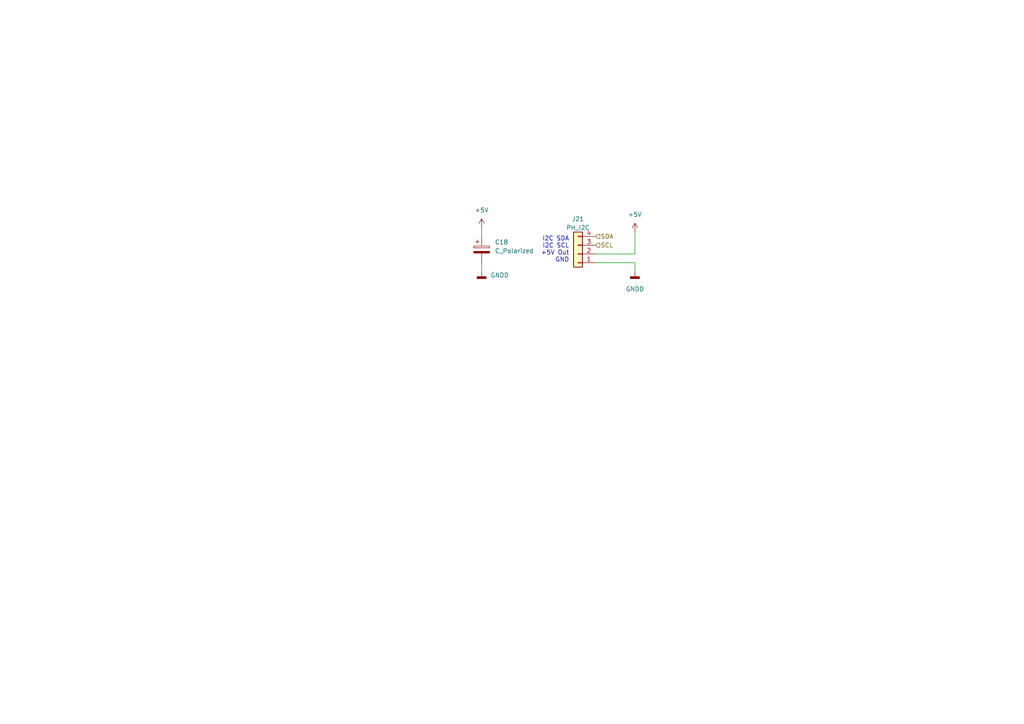
<source format=kicad_sch>
(kicad_sch (version 20211123) (generator eeschema)
  (paper "A4")
  (title_block (title "Arty Z7 IO Board") (date "2022-12-24") (rev "${VER}") (company "HiQ"))
  (lib_symbols
    (symbol "Connector_Generic:Conn_01x04" (pin_names (offset 1.016) hide)
      (property "Reference" "J" (at 0 5.08 0))
      (property "Value" "Conn_01x04" (at 0 -7.62 0))
      (symbol "Conn_01x04_1_1"
        (rectangle (start -1.27 -4.953) (end 0 -5.207) (stroke (width 0.1524)))
        (rectangle (start -1.27 -2.413) (end 0 -2.667) (stroke (width 0.1524)))
        (rectangle (start -1.27 0.127) (end 0 -0.127) (stroke (width 0.1524)))
        (rectangle (start -1.27 2.667) (end 0 2.413) (stroke (width 0.1524)))
        (rectangle (start -1.27 3.81) (end 1.27 -6.35) (stroke (width 0.254)) (fill (type background)))
        (pin passive line (at -5.08 2.54 0) (length 3.81) (name "Pin_1") (number "1"))
        (pin passive line (at -5.08 0 0) (length 3.81) (name "Pin_2") (number "2"))
        (pin passive line (at -5.08 -2.54 0) (length 3.81) (name "Pin_3") (number "3"))
        (pin passive line (at -5.08 -5.08 0) (length 3.81) (name "Pin_4") (number "4"))
      )
    )
    (symbol "Device:C_Polarized" (pin_numbers hide) (pin_names (offset 0.254))
      (property "Reference" "C" (at 0.635 2.54 0))
      (property "Value" "C_Polarized" (at 0.635 -2.54 0))
      (symbol "C_Polarized_0_1"
        (rectangle (start -2.286 0.508) (end 2.286 1.016))
        (polyline (pts (xy -1.778 2.286) (xy -0.762 2.286)))
        (polyline (pts (xy -1.27 2.794) (xy -1.27 1.778)))
        (rectangle (start 2.286 -0.508) (end -2.286 -1.016) (fill (type outline)))
      )
      (symbol "C_Polarized_1_1"
        (pin passive line (at 0 3.81 270) (length 2.794) (name "~") (number "1"))
        (pin passive line (at 0 -3.81 90) (length 2.794) (name "~") (number "2"))
      )
    )
    (symbol "power:+5V" (power) (pin_names (offset 0))
      (property "Value" "+5V" (at 0 3.556 0))
      (symbol "+5V_0_1"
        (polyline (pts (xy -0.762 1.27) (xy 0 2.54)))
        (polyline (pts (xy 0 0) (xy 0 2.54)))
        (polyline (pts (xy 0 2.54) (xy 0.762 1.27)))
      )
      (symbol "+5V_1_1"
        (pin power_in line (at 0 0 90) (length 0) hide (name "+5V") (number "1"))
      )
    )
    (symbol "power:GNDD" (power) (pin_names (offset 0))
      (property "Value" "GNDD" (at 0 -3.175 0))
      (symbol "GNDD_0_1"
        (rectangle (start -1.27 -1.524) (end 1.27 -2.032) (stroke (width 0.254)) (fill (type outline)))
        (polyline (pts (xy 0 0) (xy 0 -1.524)))
      )
      (symbol "GNDD_1_1"
        (pin power_in line (at 0 0 270) (length 0) hide (name "GNDD") (number "1"))
      )
    )
  )
  (wire (pts (xy 172.72 73.66) (xy 184.15 73.66)))
  (wire (pts (xy 172.72 76.2) (xy 184.15 76.2)))
  (wire (pts (xy 139.7 66.04) (xy 139.7 68.58)))
  (wire (pts (xy 184.15 76.2) (xy 184.15 78.74)))
  (wire (pts (xy 139.7 76.2) (xy 139.7 78.74)))
  (wire (pts (xy 184.15 73.66) (xy 184.15 67.31)))
  (text "I2C SDA\nI2C SCL\n+5V Out\nGND" (at 165.1 76.2 180) (effects (font (size 1.27 1.27)) (justify right bottom)))
  (hierarchical_label "SCL" (shape input) (at 172.72 71.12 0))
  (hierarchical_label "SDA" (shape input) (at 172.72 68.58 0))
  (symbol (lib_id "power:GNDD") (at 139.7 78.74 0) (unit 1)
    (property "Reference" "#PWR096" (effects hide))
    (property "Value" "GNDD" (at 142.24 79.8194 0) (effects (justify left)))
  )
  (symbol (lib_id "power:GNDD") (at 184.15 78.74 0) (unit 1)
    (property "Reference" "#PWR051" (effects hide))
    (property "Value" "GNDD" (at 184.15 83.82 0))
  )
  (symbol (lib_id "Device:C_Polarized") (at 139.7 72.39 0) (unit 1)
    (property "Reference" "C18" (at 143.51 70.2309 0) (effects (justify left)))
    (property "Value" "C_Polarized" (at 143.51 72.7709 0) (effects (justify left)))
    (property "Footprint" "Capacitor_SMD:C_0805_2012Metric_Pad1.18x1.45mm_HandSolder" (effects hide))
  )
  (symbol (lib_id "power:+5V") (at 139.7 66.04 0) (unit 1)
    (property "Reference" "#PWR0101" (effects hide))
    (property "Value" "+5V" (at 139.7 60.96 0))
  )
  (symbol (lib_id "power:+5V") (at 184.15 67.31 0) (unit 1)
    (property "Reference" "#PWR050" (effects hide))
    (property "Value" "+5V" (at 184.15 62.23 0))
  )
  (symbol (lib_id "Connector_Generic:Conn_01x04") (at 167.64 73.66 180) (unit 1)
    (property "Reference" "J21" (at 167.64 63.5 0))
    (property "Value" "PH_I2C" (at 167.64 66.04 0))
    (property "Footprint" "Connector_PinHeader_2.54mm:PinHeader_1x04_P2.54mm_Vertical" (effects hide))
  )
)
</source>
